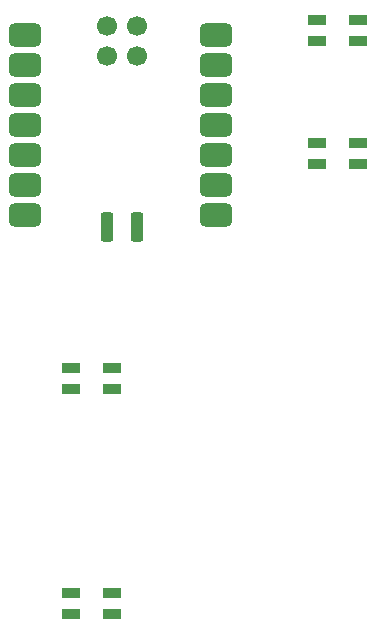
<source format=gtp>
G04 #@! TF.GenerationSoftware,KiCad,Pcbnew,9.0.7*
G04 #@! TF.CreationDate,2026-01-14T23:35:42+00:00*
G04 #@! TF.ProjectId,MacroMachine,4d616372-6f4d-4616-9368-696e652e6b69,rev?*
G04 #@! TF.SameCoordinates,Original*
G04 #@! TF.FileFunction,Paste,Top*
G04 #@! TF.FilePolarity,Positive*
%FSLAX46Y46*%
G04 Gerber Fmt 4.6, Leading zero omitted, Abs format (unit mm)*
G04 Created by KiCad (PCBNEW 9.0.7) date 2026-01-14 23:35:42*
%MOMM*%
%LPD*%
G01*
G04 APERTURE LIST*
G04 Aperture macros list*
%AMRoundRect*
0 Rectangle with rounded corners*
0 $1 Rounding radius*
0 $2 $3 $4 $5 $6 $7 $8 $9 X,Y pos of 4 corners*
0 Add a 4 corners polygon primitive as box body*
4,1,4,$2,$3,$4,$5,$6,$7,$8,$9,$2,$3,0*
0 Add four circle primitives for the rounded corners*
1,1,$1+$1,$2,$3*
1,1,$1+$1,$4,$5*
1,1,$1+$1,$6,$7*
1,1,$1+$1,$8,$9*
0 Add four rect primitives between the rounded corners*
20,1,$1+$1,$2,$3,$4,$5,0*
20,1,$1+$1,$4,$5,$6,$7,0*
20,1,$1+$1,$6,$7,$8,$9,0*
20,1,$1+$1,$8,$9,$2,$3,0*%
G04 Aperture macros list end*
%ADD10RoundRect,0.500000X-0.875000X-0.500000X0.875000X-0.500000X0.875000X0.500000X-0.875000X0.500000X0*%
%ADD11RoundRect,0.275000X-0.275000X0.975000X-0.275000X-0.975000X0.275000X-0.975000X0.275000X0.975000X0*%
%ADD12C,1.700000*%
%ADD13R,1.600000X0.850000*%
G04 APERTURE END LIST*
D10*
G04 #@! TO.C,U1*
X115825000Y-80486250D03*
X115825000Y-83026250D03*
X115825000Y-85566250D03*
X115825000Y-88106250D03*
X115825000Y-90646250D03*
X115825000Y-93186250D03*
X115825000Y-95726250D03*
X131990000Y-95726250D03*
X131990000Y-93186250D03*
X131990000Y-90646250D03*
X131990000Y-88106250D03*
X131990000Y-85566250D03*
X131990000Y-83026250D03*
X131990000Y-80486250D03*
D11*
X122737000Y-96746250D03*
X125277000Y-96746250D03*
D12*
X122737000Y-79728250D03*
X125277000Y-79728250D03*
X122737000Y-82268250D03*
X125277000Y-82268250D03*
G04 #@! TD*
D13*
G04 #@! TO.C,D2*
X119693750Y-108662500D03*
X119693750Y-110412500D03*
X123193750Y-110412500D03*
X123193750Y-108662500D03*
G04 #@! TD*
G04 #@! TO.C,D4*
X140493750Y-79212500D03*
X140493750Y-80962500D03*
X143993750Y-80962500D03*
X143993750Y-79212500D03*
G04 #@! TD*
G04 #@! TO.C,D1*
X119693750Y-127712500D03*
X119693750Y-129462500D03*
X123193750Y-129462500D03*
X123193750Y-127712500D03*
G04 #@! TD*
G04 #@! TO.C,D3*
X140493750Y-89612500D03*
X140493750Y-91362500D03*
X143993750Y-91362500D03*
X143993750Y-89612500D03*
G04 #@! TD*
M02*

</source>
